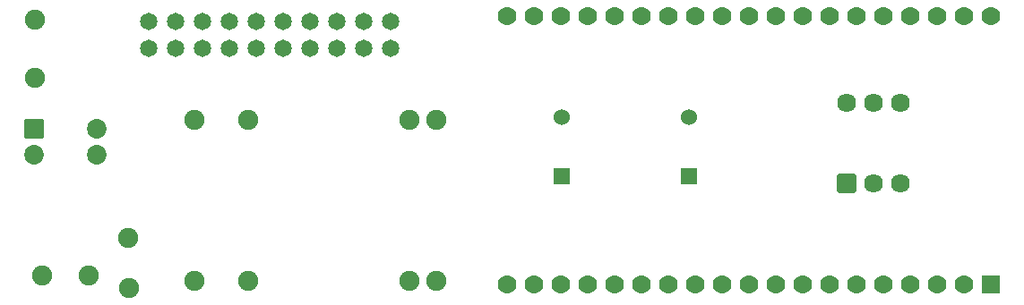
<source format=gbr>
%TF.GenerationSoftware,KiCad,Pcbnew,9.0.0*%
%TF.CreationDate,2025-11-28T03:58:55-07:00*%
%TF.ProjectId,ESP-Board,4553502d-426f-4617-9264-2e6b69636164,rev?*%
%TF.SameCoordinates,Original*%
%TF.FileFunction,Soldermask,Top*%
%TF.FilePolarity,Negative*%
%FSLAX46Y46*%
G04 Gerber Fmt 4.6, Leading zero omitted, Abs format (unit mm)*
G04 Created by KiCad (PCBNEW 9.0.0) date 2025-11-28 03:58:55*
%MOMM*%
%LPD*%
G01*
G04 APERTURE LIST*
G04 Aperture macros list*
%AMRoundRect*
0 Rectangle with rounded corners*
0 $1 Rounding radius*
0 $2 $3 $4 $5 $6 $7 $8 $9 X,Y pos of 4 corners*
0 Add a 4 corners polygon primitive as box body*
4,1,4,$2,$3,$4,$5,$6,$7,$8,$9,$2,$3,0*
0 Add four circle primitives for the rounded corners*
1,1,$1+$1,$2,$3*
1,1,$1+$1,$4,$5*
1,1,$1+$1,$6,$7*
1,1,$1+$1,$8,$9*
0 Add four rect primitives between the rounded corners*
20,1,$1+$1,$2,$3,$4,$5,0*
20,1,$1+$1,$4,$5,$6,$7,0*
20,1,$1+$1,$6,$7,$8,$9,0*
20,1,$1+$1,$8,$9,$2,$3,0*%
G04 Aperture macros list end*
%ADD10RoundRect,0.102000X-0.790000X-0.790000X0.790000X-0.790000X0.790000X0.790000X-0.790000X0.790000X0*%
%ADD11C,1.784000*%
%ADD12R,1.524000X1.524000*%
%ADD13C,1.524000*%
%ADD14C,1.900000*%
%ADD15RoundRect,0.102000X-0.825000X0.825000X-0.825000X-0.825000X0.825000X-0.825000X0.825000X0.825000X0*%
%ADD16C,1.854000*%
%ADD17C,1.904000*%
%ADD18C,1.651000*%
%ADD19RoundRect,0.102000X0.780000X-0.780000X0.780000X0.780000X-0.780000X0.780000X-0.780000X-0.780000X0*%
%ADD20C,1.764000*%
G04 APERTURE END LIST*
D10*
%TO.C,S1*%
X174945000Y-92057500D03*
D11*
X174945000Y-84437500D03*
X177485000Y-92057500D03*
X177485000Y-84437500D03*
X180025000Y-92057500D03*
X180025000Y-84437500D03*
%TD*%
D12*
%TO.C,C1*%
X148074919Y-91353665D03*
D13*
X148074919Y-85841865D03*
%TD*%
D12*
%TO.C,C2*%
X160074919Y-91353665D03*
D13*
X160074919Y-85841865D03*
%TD*%
D14*
%TO.C,S2*%
X103350000Y-100771400D03*
X98950000Y-100771400D03*
D15*
X98200000Y-86871400D03*
D16*
X98200000Y-89371400D03*
X104100000Y-86871400D03*
X104100000Y-89371400D03*
%TD*%
D14*
%TO.C,RF1*%
X98250000Y-76530000D03*
X98250000Y-82041800D03*
%TD*%
D17*
%TO.C,PS1*%
X136195000Y-86095000D03*
X133655000Y-86095000D03*
X118415000Y-86095000D03*
X113335000Y-86095000D03*
X113335000Y-101335000D03*
X118415000Y-101335000D03*
X133655000Y-101335000D03*
X136195000Y-101335000D03*
%TD*%
D14*
%TO.C,RF2*%
X107111066Y-97191250D03*
X107136066Y-101941250D03*
%TD*%
D18*
%TO.C,J7*%
X109040000Y-79262500D03*
X111580000Y-79262500D03*
X114120000Y-79262500D03*
X116660000Y-79262500D03*
X119200000Y-79262500D03*
X121740000Y-79262500D03*
X124280000Y-79262500D03*
X126820000Y-79262500D03*
X129360000Y-79262500D03*
X131900000Y-79262500D03*
X109040000Y-76722500D03*
X111580000Y-76722500D03*
X114120000Y-76722500D03*
X116660000Y-76722500D03*
X119200000Y-76722500D03*
X121740000Y-76722500D03*
X124280000Y-76722500D03*
X126820000Y-76722500D03*
X129360000Y-76722500D03*
X131900000Y-76722500D03*
%TD*%
D19*
%TO.C,U1*%
X188595000Y-101635000D03*
D20*
X186055000Y-101635000D03*
X183515000Y-101635000D03*
X180975000Y-101635000D03*
X178435000Y-101635000D03*
X175895000Y-101635000D03*
X173355000Y-101635000D03*
X170815000Y-101635000D03*
X168275000Y-101635000D03*
X165735000Y-101635000D03*
X163195000Y-101635000D03*
X160655000Y-101635000D03*
X158115000Y-101635000D03*
X155575000Y-101635000D03*
X153035000Y-101635000D03*
X150495000Y-101635000D03*
X147955000Y-101635000D03*
X145415000Y-101635000D03*
X142875000Y-101635000D03*
X188595000Y-76235000D03*
X186055000Y-76235000D03*
X183515000Y-76235000D03*
X180975000Y-76235000D03*
X178435000Y-76235000D03*
X175895000Y-76235000D03*
X173355000Y-76235000D03*
X170815000Y-76235000D03*
X168275000Y-76235000D03*
X165735000Y-76235000D03*
X163195000Y-76235000D03*
X160655000Y-76235000D03*
X158115000Y-76235000D03*
X155575000Y-76235000D03*
X153035000Y-76235000D03*
X150495000Y-76235000D03*
X147955000Y-76235000D03*
X145415000Y-76235000D03*
X142875000Y-76235000D03*
%TD*%
M02*

</source>
